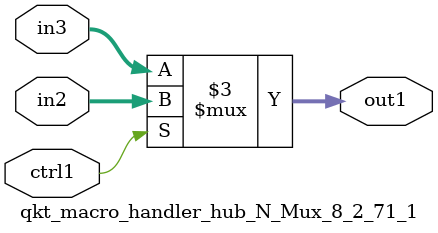
<source format=v>

`timescale 1ps / 1ps


module qkt_macro_handler_hub_N_Mux_8_2_71_1( in3, in2, ctrl1, out1 );

    input [7:0] in3;
    input [7:0] in2;
    input ctrl1;
    output [7:0] out1;
    reg [7:0] out1;

    
    // rtl_process:qkt_macro_handler_hub_N_Mux_8_2_71_1/qkt_macro_handler_hub_N_Mux_8_2_71_1_thread_1
    always @*
      begin : qkt_macro_handler_hub_N_Mux_8_2_71_1_thread_1
        case (ctrl1) 
          1'b1: 
            begin
              out1 = in2;
            end
          default: 
            begin
              out1 = in3;
            end
        endcase
      end

endmodule


</source>
